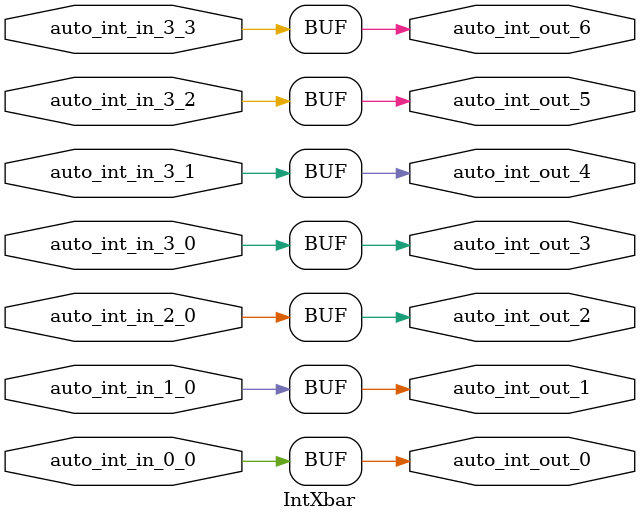
<source format=v>
module IntXbar( 
  input   auto_int_in_3_0, 
  input   auto_int_in_3_1, 
  input   auto_int_in_3_2, 
  input   auto_int_in_3_3, 
  input   auto_int_in_2_0, 
  input   auto_int_in_1_0, 
  input   auto_int_in_0_0, 
  output  auto_int_out_0, 
  output  auto_int_out_1, 
  output  auto_int_out_2, 
  output  auto_int_out_3, 
  output  auto_int_out_4, 
  output  auto_int_out_5, 
  output  auto_int_out_6 
);
  assign auto_int_out_0 = auto_int_in_0_0; 
  assign auto_int_out_1 = auto_int_in_1_0; 
  assign auto_int_out_2 = auto_int_in_2_0; 
  assign auto_int_out_3 = auto_int_in_3_0; 
  assign auto_int_out_4 = auto_int_in_3_1; 
  assign auto_int_out_5 = auto_int_in_3_2; 
  assign auto_int_out_6 = auto_int_in_3_3; 
endmodule

</source>
